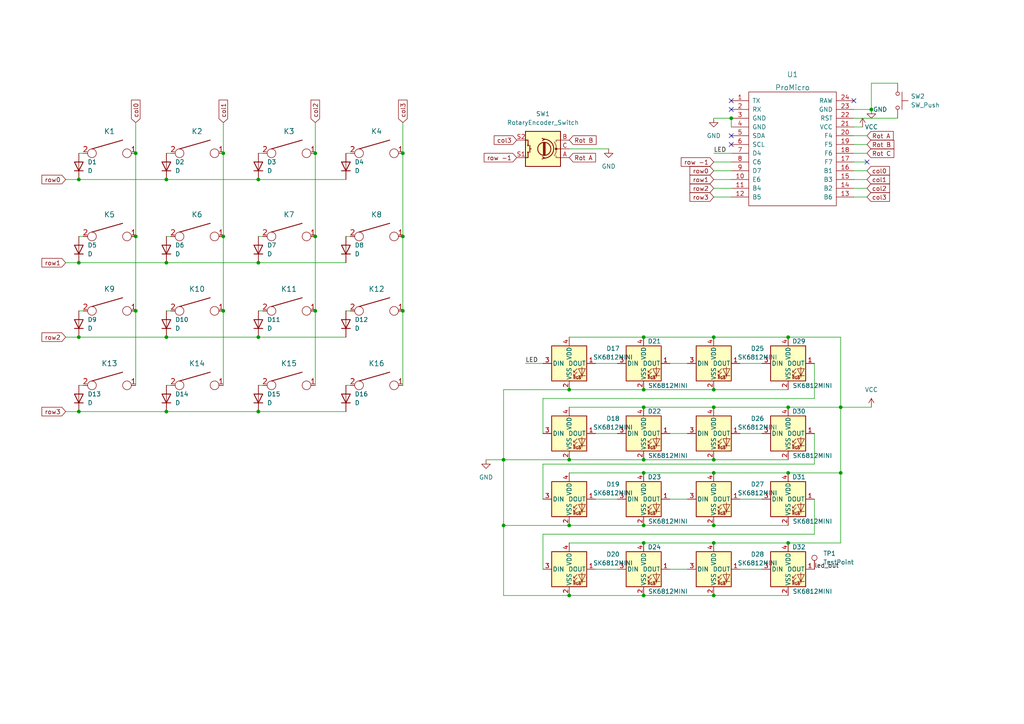
<source format=kicad_sch>
(kicad_sch (version 20230121) (generator eeschema)
  (paper "A4")
  (lib_symbols
    (symbol "Connector:TestPoint" (pin_numbers hide) (pin_names (offset 0.762) hide)
      (property "Reference" "TP" (at 0 6.858 0))
      (property "Value" "TestPoint" (at 0 5.08 0))
      (symbol "TestPoint_0_1"
        (circle (center 0 3.302) (radius 0.762))
      )
      (symbol "TestPoint_1_1"
        (pin passive line (at 0 0 90) (length 2.54) (name "1") (number "1"))
      )
    )
    (symbol "Device:D" (pin_numbers hide) (pin_names (offset 1.016) hide)
      (property "Reference" "D" (at 0 2.54 0))
      (property "Value" "D" (at 0 -2.54 0))
      (symbol "D_0_1"
        (polyline (pts (xy -1.27 1.27) (xy -1.27 -1.27)) (stroke (width 0.254)))
        (polyline (pts (xy 1.27 0) (xy -1.27 0)))
        (polyline (pts (xy 1.27 1.27) (xy 1.27 -1.27) (xy -1.27 0) (xy 1.27 1.27)) (stroke (width 0.254)))
      )
      (symbol "D_1_1"
        (pin passive line (at -3.81 0 0) (length 2.54) (name "K") (number "1"))
        (pin passive line (at 3.81 0 180) (length 2.54) (name "A") (number "2"))
      )
    )
    (symbol "Device:RotaryEncoder_Switch" (pin_names (offset 0.254) hide)
      (property "Reference" "SW" (at 0 6.604 0))
      (property "Value" "RotaryEncoder_Switch" (at 0 -6.604 0))
      (symbol "RotaryEncoder_Switch_0_1"
        (rectangle (start -5.08 5.08) (end 5.08 -5.08) (stroke (width 0.254)) (fill (type background)))
        (circle (center -3.81 0) (radius 0.254) (fill (type outline)))
        (circle (center -0.381 0) (radius 1.905) (stroke (width 0.254)))
        (arc (start -0.381 2.667) (mid -3.0988 -0.0635) (end -0.381 -2.794) (stroke (width 0.254)))
        (polyline (pts (xy -0.635 -1.778) (xy -0.635 1.778)) (stroke (width 0.254)))
        (polyline (pts (xy -0.381 -1.778) (xy -0.381 1.778)) (stroke (width 0.254)))
        (polyline (pts (xy -0.127 1.778) (xy -0.127 -1.778)) (stroke (width 0.254)))
        (polyline (pts (xy 3.81 0) (xy 3.429 0)) (stroke (width 0.254)))
        (polyline (pts (xy 3.81 1.016) (xy 3.81 -1.016)) (stroke (width 0.254)))
        (polyline (pts (xy -5.08 -2.54) (xy -3.81 -2.54) (xy -3.81 -2.032)))
        (polyline (pts (xy -5.08 2.54) (xy -3.81 2.54) (xy -3.81 2.032)))
        (polyline (pts (xy 0.254 -3.048) (xy -0.508 -2.794) (xy 0.127 -2.413)) (stroke (width 0.254)))
        (polyline (pts (xy 0.254 2.921) (xy -0.508 2.667) (xy 0.127 2.286)) (stroke (width 0.254)))
        (polyline (pts (xy 5.08 -2.54) (xy 4.318 -2.54) (xy 4.318 -1.016)) (stroke (width 0.254)))
        (polyline (pts (xy 5.08 2.54) (xy 4.318 2.54) (xy 4.318 1.016)) (stroke (width 0.254)))
        (polyline (pts (xy -5.08 0) (xy -3.81 0) (xy -3.81 -1.016) (xy -3.302 -2.032)))
        (polyline (pts (xy -4.318 0) (xy -3.81 0) (xy -3.81 1.016) (xy -3.302 2.032)))
        (circle (center 4.318 -1.016) (radius 0.127) (stroke (width 0.254)))
        (circle (center 4.318 1.016) (radius 0.127) (stroke (width 0.254)))
      )
      (symbol "RotaryEncoder_Switch_1_1"
        (pin passive line (at -7.62 2.54 0) (length 2.54) (name "A") (number "A"))
        (pin passive line (at -7.62 -2.54 0) (length 2.54) (name "B") (number "B"))
        (pin passive line (at -7.62 0 0) (length 2.54) (name "C") (number "C"))
        (pin passive line (at 7.62 2.54 180) (length 2.54) (name "S1") (number "S1"))
        (pin passive line (at 7.62 -2.54 180) (length 2.54) (name "S2") (number "S2"))
      )
    )
    (symbol "LED:SK6812MINI" (pin_names (offset 0.254))
      (property "Reference" "D" (at 5.08 5.715 0))
      (property "Value" "SK6812MINI" (at 1.27 -5.715 0))
      (symbol "SK6812MINI_0_0"
        (text "RGB" (at 2.286 -4.191 0) (effects (font (size 0.762 0.762))))
      )
      (symbol "SK6812MINI_0_1"
        (polyline (pts (xy 1.27 -3.556) (xy 1.778 -3.556)))
        (polyline (pts (xy 1.27 -2.54) (xy 1.778 -2.54)))
        (polyline (pts (xy 4.699 -3.556) (xy 2.667 -3.556)))
        (polyline (pts (xy 2.286 -2.54) (xy 1.27 -3.556) (xy 1.27 -3.048)))
        (polyline (pts (xy 2.286 -1.524) (xy 1.27 -2.54) (xy 1.27 -2.032)))
        (polyline (pts (xy 3.683 -1.016) (xy 3.683 -3.556) (xy 3.683 -4.064)))
        (polyline (pts (xy 4.699 -1.524) (xy 2.667 -1.524) (xy 3.683 -3.556) (xy 4.699 -1.524)))
        (rectangle (start 5.08 5.08) (end -5.08 -5.08) (stroke (width 0.254)) (fill (type background)))
      )
      (symbol "SK6812MINI_1_1"
        (pin output line (at 7.62 0 180) (length 2.54) (name "DOUT") (number "1"))
        (pin power_in line (at 0 -7.62 90) (length 2.54) (name "VSS") (number "2"))
        (pin input line (at -7.62 0 0) (length 2.54) (name "DIN") (number "3"))
        (pin power_in line (at 0 7.62 270) (length 2.54) (name "VDD") (number "4"))
      )
    )
    (symbol "Switch:SW_Push" (pin_numbers hide) (pin_names (offset 1.016) hide)
      (property "Reference" "SW" (at 1.27 2.54 0))
      (property "Value" "SW_Push" (at 0 -1.524 0))
      (symbol "SW_Push_0_1"
        (circle (center -2.032 0) (radius 0.508))
        (polyline (pts (xy 0 1.27) (xy 0 3.048)))
        (polyline (pts (xy 2.54 1.27) (xy -2.54 1.27)))
        (circle (center 2.032 0) (radius 0.508))
        (pin passive line (at -5.08 0 0) (length 2.54) (name "1") (number "1"))
        (pin passive line (at 5.08 0 180) (length 2.54) (name "2") (number "2"))
      )
    )
    (symbol "keyboard_parts:KEYSW" (pin_names (offset 1.016))
      (property "Reference" "K?" (at -1.27 0 0))
      (symbol "KEYSW_0_1"
        (circle (center -5.08 0) (radius 1.27))
        (polyline (pts (xy -5.08 1.27) (xy 3.81 3.81)) (stroke (width 0.254)))
        (circle (center 5.08 0) (radius 1.27))
      )
      (symbol "KEYSW_1_1"
        (pin passive line (at 7.62 0 180) (length 1.27) (name "~") (number "1"))
        (pin passive line (at -7.62 0 0) (length 1.27) (name "~") (number "2"))
      )
    )
    (symbol "power:GND" (power) (pin_names (offset 0))
      (property "Value" "GND" (at 0 -3.81 0))
      (symbol "GND_0_1"
        (polyline (pts (xy 0 0) (xy 0 -1.27) (xy 1.27 -1.27) (xy 0 -2.54) (xy -1.27 -1.27) (xy 0 -1.27)))
      )
      (symbol "GND_1_1"
        (pin power_in line (at 0 0 270) (length 0) hide (name "GND") (number "1"))
      )
    )
    (symbol "power:VCC" (power) (pin_names (offset 0))
      (property "Value" "VCC" (at 0 3.81 0))
      (symbol "VCC_0_1"
        (polyline (pts (xy -0.762 1.27) (xy 0 2.54)))
        (polyline (pts (xy 0 0) (xy 0 2.54)))
        (polyline (pts (xy 0 2.54) (xy 0.762 1.27)))
      )
      (symbol "VCC_1_1"
        (pin power_in line (at 0 0 90) (length 0) hide (name "VCC") (number "1"))
      )
    )
    (symbol "promicro:ProMicro" (pin_names (offset 1.016))
      (property "Reference" "U" (at 0 24.13 0))
      (property "Value" "ProMicro" (at 0 -13.97 0))
      (symbol "ProMicro_0_1"
        (rectangle (start -12.7 21.59) (end 12.7 -11.43))
      )
      (symbol "ProMicro_1_1"
        (pin bidirectional line (at -17.78 19.05 0) (length 5.08) (name "TX") (number "1"))
        (pin bidirectional line (at -17.78 -3.81 0) (length 5.08) (name "E6") (number "10"))
        (pin bidirectional line (at -17.78 -6.35 0) (length 5.08) (name "B4") (number "11"))
        (pin bidirectional line (at -17.78 -8.89 0) (length 5.08) (name "B5") (number "12"))
        (pin bidirectional line (at 17.78 -8.89 180) (length 5.08) (name "B6") (number "13"))
        (pin bidirectional line (at 17.78 -6.35 180) (length 5.08) (name "B2") (number "14"))
        (pin bidirectional line (at 17.78 -3.81 180) (length 5.08) (name "B3") (number "15"))
        (pin bidirectional line (at 17.78 -1.27 180) (length 5.08) (name "B1") (number "16"))
        (pin bidirectional line (at 17.78 1.27 180) (length 5.08) (name "F7") (number "17"))
        (pin bidirectional line (at 17.78 3.81 180) (length 5.08) (name "F6") (number "18"))
        (pin bidirectional line (at 17.78 6.35 180) (length 5.08) (name "F5") (number "19"))
        (pin bidirectional line (at -17.78 16.51 0) (length 5.08) (name "RX") (number "2"))
        (pin bidirectional line (at 17.78 8.89 180) (length 5.08) (name "F4") (number "20"))
        (pin power_in line (at 17.78 11.43 180) (length 5.08) (name "VCC") (number "21"))
        (pin input line (at 17.78 13.97 180) (length 5.08) (name "RST") (number "22"))
        (pin power_in line (at 17.78 16.51 180) (length 5.08) (name "GND") (number "23"))
        (pin power_out line (at 17.78 19.05 180) (length 5.08) (name "RAW") (number "24"))
        (pin power_in line (at -17.78 13.97 0) (length 5.08) (name "GND") (number "3"))
        (pin power_in line (at -17.78 11.43 0) (length 5.08) (name "GND") (number "4"))
        (pin bidirectional line (at -17.78 8.89 0) (length 5.08) (name "SDA") (number "5"))
        (pin bidirectional line (at -17.78 6.35 0) (length 5.08) (name "SCL") (number "6"))
        (pin bidirectional line (at -17.78 3.81 0) (length 5.08) (name "D4") (number "7"))
        (pin bidirectional line (at -17.78 1.27 0) (length 5.08) (name "C6") (number "8"))
        (pin bidirectional line (at -17.78 -1.27 0) (length 5.08) (name "D7") (number "9"))
      )
    )
  )
  (junction (at 64.77 68.58))
  (junction (at 165.1 133.35))
  (junction (at 22.86 97.79))
  (junction (at 116.84 68.58))
  (junction (at 39.37 68.58))
  (junction (at 91.44 44.45))
  (junction (at 186.69 157.48))
  (junction (at 228.6 97.79))
  (junction (at 212.09 34.29))
  (junction (at 186.69 133.35))
  (junction (at 74.93 97.79))
  (junction (at 207.01 152.4))
  (junction (at 228.6 137.16))
  (junction (at 74.93 52.07))
  (junction (at 186.69 113.03))
  (junction (at 243.84 137.16))
  (junction (at 207.01 157.48))
  (junction (at 48.26 76.2))
  (junction (at 186.69 152.4))
  (junction (at 228.6 118.11))
  (junction (at 186.69 97.79))
  (junction (at 186.69 172.72))
  (junction (at 165.1 172.72))
  (junction (at 207.01 118.11))
  (junction (at 207.01 137.16))
  (junction (at 48.26 52.07))
  (junction (at 48.26 119.38))
  (junction (at 228.6 157.48))
  (junction (at 116.84 44.45))
  (junction (at 91.44 90.17))
  (junction (at 207.01 113.03))
  (junction (at 165.1 152.4))
  (junction (at 91.44 68.58))
  (junction (at 207.01 172.72))
  (junction (at 243.84 118.11))
  (junction (at 186.69 118.11))
  (junction (at 22.86 76.2))
  (junction (at 39.37 90.17))
  (junction (at 186.69 137.16))
  (junction (at 207.01 97.79))
  (junction (at 116.84 90.17))
  (junction (at 22.86 119.38))
  (junction (at 165.1 113.03))
  (junction (at 64.77 44.45))
  (junction (at 48.26 97.79))
  (junction (at 22.86 52.07))
  (junction (at 146.05 152.4))
  (junction (at 74.93 76.2))
  (junction (at 74.93 119.38))
  (junction (at 146.05 133.35))
  (junction (at 39.37 44.45))
  (junction (at 64.77 90.17))
  (junction (at 207.01 133.35))
  (junction (at 252.73 31.75))
  (no_connect (at 212.09 39.37))
  (no_connect (at 212.09 41.91))
  (no_connect (at 247.65 29.21))
  (no_connect (at 212.09 31.75))
  (no_connect (at 251.46 46.99))
  (no_connect (at 212.09 29.21))
  (wire (pts (xy 186.69 157.48) (xy 207.01 157.48)))
  (wire (pts (xy 74.93 76.2) (xy 100.33 76.2)))
  (wire (pts (xy 247.65 34.29) (xy 260.35 34.29)))
  (wire (pts (xy 165.1 172.72) (xy 186.69 172.72)))
  (wire (pts (xy 165.1 97.79) (xy 186.69 97.79)))
  (wire (pts (xy 186.69 172.72) (xy 207.01 172.72)))
  (wire (pts (xy 207.01 137.16) (xy 228.6 137.16)))
  (wire (pts (xy 186.69 152.4) (xy 207.01 152.4)))
  (wire (pts (xy 165.1 152.4) (xy 186.69 152.4)))
  (wire (pts (xy 22.86 76.2) (xy 48.26 76.2)))
  (wire (pts (xy 100.33 111.76) (xy 101.6 111.76)))
  (wire (pts (xy 64.77 44.45) (xy 64.77 68.58)))
  (wire (pts (xy 74.93 44.45) (xy 76.2 44.45)))
  (wire (pts (xy 194.31 144.78) (xy 199.39 144.78)))
  (wire (pts (xy 48.26 52.07) (xy 74.93 52.07)))
  (wire (pts (xy 64.77 90.17) (xy 64.77 111.76)))
  (wire (pts (xy 207.01 46.99) (xy 212.09 46.99)))
  (wire (pts (xy 39.37 44.45) (xy 39.37 68.58)))
  (wire (pts (xy 74.93 111.76) (xy 76.2 111.76)))
  (wire (pts (xy 39.37 35.56) (xy 39.37 44.45)))
  (wire (pts (xy 186.69 133.35) (xy 207.01 133.35)))
  (wire (pts (xy 22.86 119.38) (xy 48.26 119.38)))
  (wire (pts (xy 214.63 105.41) (xy 220.98 105.41)))
  (wire (pts (xy 165.1 137.16) (xy 186.69 137.16)))
  (wire (pts (xy 243.84 157.48) (xy 243.84 137.16)))
  (wire (pts (xy 146.05 152.4) (xy 165.1 152.4)))
  (wire (pts (xy 152.4 105.41) (xy 157.48 105.41)))
  (wire (pts (xy 64.77 35.56) (xy 64.77 44.45)))
  (wire (pts (xy 157.48 115.57) (xy 236.22 115.57)))
  (wire (pts (xy 260.35 24.13) (xy 252.73 24.13)))
  (wire (pts (xy 194.31 105.41) (xy 199.39 105.41)))
  (wire (pts (xy 74.93 68.58) (xy 76.2 68.58)))
  (wire (pts (xy 146.05 133.35) (xy 146.05 113.03)))
  (wire (pts (xy 207.01 113.03) (xy 228.6 113.03)))
  (wire (pts (xy 22.86 68.58) (xy 24.13 68.58)))
  (wire (pts (xy 207.01 44.45) (xy 212.09 44.45)))
  (wire (pts (xy 247.65 39.37) (xy 251.46 39.37)))
  (wire (pts (xy 207.01 57.15) (xy 212.09 57.15)))
  (wire (pts (xy 247.65 44.45) (xy 251.46 44.45)))
  (wire (pts (xy 186.69 113.03) (xy 207.01 113.03)))
  (wire (pts (xy 186.69 97.79) (xy 207.01 97.79)))
  (wire (pts (xy 247.65 54.61) (xy 251.46 54.61)))
  (wire (pts (xy 100.33 68.58) (xy 101.6 68.58)))
  (wire (pts (xy 74.93 90.17) (xy 76.2 90.17)))
  (wire (pts (xy 207.01 152.4) (xy 228.6 152.4)))
  (wire (pts (xy 48.26 68.58) (xy 49.53 68.58)))
  (wire (pts (xy 91.44 35.56) (xy 91.44 44.45)))
  (wire (pts (xy 247.65 41.91) (xy 251.46 41.91)))
  (wire (pts (xy 146.05 152.4) (xy 146.05 172.72)))
  (wire (pts (xy 22.86 44.45) (xy 24.13 44.45)))
  (wire (pts (xy 157.48 154.94) (xy 157.48 165.1)))
  (wire (pts (xy 91.44 68.58) (xy 91.44 90.17)))
  (wire (pts (xy 207.01 133.35) (xy 228.6 133.35)))
  (wire (pts (xy 165.1 43.18) (xy 176.53 43.18)))
  (wire (pts (xy 165.1 157.48) (xy 186.69 157.48)))
  (wire (pts (xy 91.44 44.45) (xy 91.44 68.58)))
  (wire (pts (xy 19.05 119.38) (xy 22.86 119.38)))
  (wire (pts (xy 22.86 52.07) (xy 48.26 52.07)))
  (wire (pts (xy 48.26 76.2) (xy 74.93 76.2)))
  (wire (pts (xy 116.84 68.58) (xy 116.84 90.17)))
  (wire (pts (xy 236.22 134.62) (xy 236.22 125.73)))
  (wire (pts (xy 48.26 90.17) (xy 49.53 90.17)))
  (wire (pts (xy 243.84 137.16) (xy 228.6 137.16)))
  (wire (pts (xy 194.31 125.73) (xy 199.39 125.73)))
  (wire (pts (xy 48.26 119.38) (xy 74.93 119.38)))
  (wire (pts (xy 236.22 154.94) (xy 157.48 154.94)))
  (wire (pts (xy 228.6 97.79) (xy 243.84 97.79)))
  (wire (pts (xy 214.63 144.78) (xy 220.98 144.78)))
  (wire (pts (xy 39.37 68.58) (xy 39.37 90.17)))
  (wire (pts (xy 172.72 144.78) (xy 179.07 144.78)))
  (wire (pts (xy 172.72 105.41) (xy 179.07 105.41)))
  (wire (pts (xy 116.84 90.17) (xy 116.84 111.76)))
  (wire (pts (xy 165.1 118.11) (xy 186.69 118.11)))
  (wire (pts (xy 214.63 165.1) (xy 220.98 165.1)))
  (wire (pts (xy 146.05 133.35) (xy 146.05 152.4)))
  (wire (pts (xy 100.33 44.45) (xy 101.6 44.45)))
  (wire (pts (xy 91.44 90.17) (xy 91.44 111.76)))
  (wire (pts (xy 243.84 118.11) (xy 252.73 118.11)))
  (wire (pts (xy 22.86 90.17) (xy 24.13 90.17)))
  (wire (pts (xy 207.01 157.48) (xy 228.6 157.48)))
  (wire (pts (xy 157.48 125.73) (xy 157.48 115.57)))
  (wire (pts (xy 39.37 90.17) (xy 39.37 111.76)))
  (wire (pts (xy 19.05 76.2) (xy 22.86 76.2)))
  (wire (pts (xy 212.09 34.29) (xy 212.09 36.83)))
  (wire (pts (xy 207.01 49.53) (xy 212.09 49.53)))
  (wire (pts (xy 243.84 97.79) (xy 243.84 118.11)))
  (wire (pts (xy 252.73 24.13) (xy 252.73 31.75)))
  (wire (pts (xy 165.1 133.35) (xy 186.69 133.35)))
  (wire (pts (xy 48.26 111.76) (xy 49.53 111.76)))
  (wire (pts (xy 48.26 44.45) (xy 49.53 44.45)))
  (wire (pts (xy 243.84 118.11) (xy 243.84 137.16)))
  (wire (pts (xy 194.31 165.1) (xy 199.39 165.1)))
  (wire (pts (xy 19.05 97.79) (xy 22.86 97.79)))
  (wire (pts (xy 74.93 119.38) (xy 100.33 119.38)))
  (wire (pts (xy 207.01 97.79) (xy 228.6 97.79)))
  (wire (pts (xy 22.86 97.79) (xy 48.26 97.79)))
  (wire (pts (xy 207.01 54.61) (xy 212.09 54.61)))
  (wire (pts (xy 236.22 144.78) (xy 236.22 154.94)))
  (wire (pts (xy 207.01 172.72) (xy 228.6 172.72)))
  (wire (pts (xy 247.65 31.75) (xy 252.73 31.75)))
  (wire (pts (xy 207.01 52.07) (xy 212.09 52.07)))
  (wire (pts (xy 64.77 68.58) (xy 64.77 90.17)))
  (wire (pts (xy 165.1 113.03) (xy 186.69 113.03)))
  (wire (pts (xy 247.65 36.83) (xy 250.19 36.83)))
  (wire (pts (xy 247.65 49.53) (xy 251.46 49.53)))
  (wire (pts (xy 19.05 52.07) (xy 22.86 52.07)))
  (wire (pts (xy 146.05 172.72) (xy 165.1 172.72)))
  (wire (pts (xy 140.97 133.35) (xy 146.05 133.35)))
  (wire (pts (xy 186.69 137.16) (xy 207.01 137.16)))
  (wire (pts (xy 172.72 125.73) (xy 179.07 125.73)))
  (wire (pts (xy 247.65 57.15) (xy 251.46 57.15)))
  (wire (pts (xy 157.48 144.78) (xy 157.48 134.62)))
  (wire (pts (xy 116.84 35.56) (xy 116.84 44.45)))
  (wire (pts (xy 228.6 118.11) (xy 243.84 118.11)))
  (wire (pts (xy 207.01 34.29) (xy 212.09 34.29)))
  (wire (pts (xy 186.69 118.11) (xy 207.01 118.11)))
  (wire (pts (xy 146.05 113.03) (xy 165.1 113.03)))
  (wire (pts (xy 74.93 97.79) (xy 100.33 97.79)))
  (wire (pts (xy 100.33 90.17) (xy 101.6 90.17)))
  (wire (pts (xy 236.22 115.57) (xy 236.22 105.41)))
  (wire (pts (xy 214.63 125.73) (xy 220.98 125.73)))
  (wire (pts (xy 146.05 133.35) (xy 165.1 133.35)))
  (wire (pts (xy 48.26 97.79) (xy 74.93 97.79)))
  (wire (pts (xy 116.84 44.45) (xy 116.84 68.58)))
  (wire (pts (xy 228.6 157.48) (xy 243.84 157.48)))
  (wire (pts (xy 172.72 165.1) (xy 179.07 165.1)))
  (wire (pts (xy 74.93 52.07) (xy 100.33 52.07)))
  (wire (pts (xy 157.48 134.62) (xy 236.22 134.62)))
  (wire (pts (xy 247.65 46.99) (xy 251.46 46.99)))
  (wire (pts (xy 247.65 52.07) (xy 251.46 52.07)))
  (wire (pts (xy 22.86 111.76) (xy 24.13 111.76)))
  (wire (pts (xy 207.01 118.11) (xy 228.6 118.11)))
  (label "led_out" (at 236.22 165.1 0))
  (label "LED" (at 207.01 44.45 0))
  (label "LED" (at 152.4 105.41 0))
  (global_label "col3" (shape input) (at 116.84 35.56 90) (property "Intersheetrefs" "${INTERSHEET_REFS}" (effects hide)) (property "Referenzen zwischen Schaltplänen" "${INTERSHEET_REFS}" (effects hide)))
  (global_label "row0" (shape input) (at 207.01 49.53 180) (property "Intersheetrefs" "${INTERSHEET_REFS}" (effects hide)) (property "Referenzen zwischen Schaltplänen" "${INTERSHEET_REFS}" (effects hide)))
  (global_label "row3" (shape input) (at 19.05 119.38 180) (property "Intersheetrefs" "${INTERSHEET_REFS}" (effects hide)) (property "Referenzen zwischen Schaltplänen" "${INTERSHEET_REFS}" (effects hide)))
  (global_label "col3" (shape input) (at 251.46 57.15 0) (property "Intersheetrefs" "${INTERSHEET_REFS}" (effects hide)) (property "Referenzen zwischen Schaltplänen" "${INTERSHEET_REFS}" (effects hide)))
  (global_label "Rot B" (shape input) (at 165.1 40.64 0) (property "Intersheetrefs" "${INTERSHEET_REFS}" (effects hide)))
  (global_label "row -1" (shape input) (at 149.86 45.72 180) (property "Intersheetrefs" "${INTERSHEET_REFS}" (effects hide)))
  (global_label "col1" (shape input) (at 251.46 52.07 0) (property "Intersheetrefs" "${INTERSHEET_REFS}" (effects hide)) (property "Referenzen zwischen Schaltplänen" "${INTERSHEET_REFS}" (effects hide)))
  (global_label "row0" (shape input) (at 19.05 52.07 180) (property "Intersheetrefs" "${INTERSHEET_REFS}" (effects hide)) (property "Referenzen zwischen Schaltplänen" "${INTERSHEET_REFS}" (effects hide)))
  (global_label "col1" (shape input) (at 64.77 35.56 90) (property "Intersheetrefs" "${INTERSHEET_REFS}" (effects hide)) (property "Referenzen zwischen Schaltplänen" "${INTERSHEET_REFS}" (effects hide)))
  (global_label "Rot B" (shape input) (at 251.46 41.91 0) (property "Intersheetrefs" "${INTERSHEET_REFS}" (effects hide)))
  (global_label "Rot A" (shape input) (at 165.1 45.72 0) (property "Intersheetrefs" "${INTERSHEET_REFS}" (effects hide)))
  (global_label "col0" (shape input) (at 39.37 35.56 90) (property "Intersheetrefs" "${INTERSHEET_REFS}" (effects hide)) (property "Referenzen zwischen Schaltplänen" "${INTERSHEET_REFS}" (effects hide)))
  (global_label "row1" (shape input) (at 207.01 52.07 180) (property "Intersheetrefs" "${INTERSHEET_REFS}" (effects hide)) (property "Referenzen zwischen Schaltplänen" "${INTERSHEET_REFS}" (effects hide)))
  (global_label "row2" (shape input) (at 207.01 54.61 180) (property "Intersheetrefs" "${INTERSHEET_REFS}" (effects hide)) (property "Referenzen zwischen Schaltplänen" "${INTERSHEET_REFS}" (effects hide)))
  (global_label "row3" (shape input) (at 207.01 57.15 180) (property "Intersheetrefs" "${INTERSHEET_REFS}" (effects hide)) (property "Referenzen zwischen Schaltplänen" "${INTERSHEET_REFS}" (effects hide)))
  (global_label "row1" (shape input) (at 19.05 76.2 180) (property "Intersheetrefs" "${INTERSHEET_REFS}" (effects hide)) (property "Referenzen zwischen Schaltplänen" "${INTERSHEET_REFS}" (effects hide)))
  (global_label "col3" (shape input) (at 149.86 40.64 180) (property "Intersheetrefs" "${INTERSHEET_REFS}" (effects hide)))
  (global_label "Rot A" (shape input) (at 251.46 39.37 0) (property "Intersheetrefs" "${INTERSHEET_REFS}" (effects hide)))
  (global_label "col2" (shape input) (at 251.46 54.61 0) (property "Intersheetrefs" "${INTERSHEET_REFS}" (effects hide)) (property "Referenzen zwischen Schaltplänen" "${INTERSHEET_REFS}" (effects hide)))
  (global_label "col2" (shape input) (at 91.44 35.56 90) (property "Intersheetrefs" "${INTERSHEET_REFS}" (effects hide)) (property "Referenzen zwischen Schaltplänen" "${INTERSHEET_REFS}" (effects hide)))
  (global_label "Rot C" (shape input) (at 251.46 44.45 0) (property "Intersheetrefs" "${INTERSHEET_REFS}" (effects hide)))
  (global_label "col0" (shape input) (at 251.46 49.53 0) (property "Intersheetrefs" "${INTERSHEET_REFS}" (effects hide)) (property "Referenzen zwischen Schaltplänen" "${INTERSHEET_REFS}" (effects hide)))
  (global_label "row2" (shape input) (at 19.05 97.79 180) (property "Intersheetrefs" "${INTERSHEET_REFS}" (effects hide)) (property "Referenzen zwischen Schaltplänen" "${INTERSHEET_REFS}" (effects hide)))
  (global_label "row -1" (shape input) (at 207.01 46.99 180) (property "Intersheetrefs" "${INTERSHEET_REFS}" (effects hide)))
  (symbol (lib_id "keyboard_parts:KEYSW") (at 57.15 44.45 0) (unit 1)
    (property "Reference" "K2" (at 57.15 38.1 0) (effects (font (size 1.524 1.524))))
    (property "Value" "KEYSW" (effects hide))
    (property "Footprint" "keebs:Mx_Alps_100" (effects hide))
  )
  (symbol (lib_id "LED:SK6812MINI") (at 186.69 165.1 0) (unit 1)
    (property "Reference" "D24" (at 191.77 159.385 0) (effects (justify right bottom)))
    (property "Value" "SK6812MINI" (at 187.96 170.815 0) (effects (justify left top)))
    (property "Footprint" "keyboard_parts:LED_SK6812MINI_PLCC4_3.5x3.5mm_P1.75mm-flipped" (effects hide))
    (property "Datasheet" "https://cdn-shop.adafruit.com/product-files/2686/SK6812MINI_REV.01-1-2.pdf" (effects hide))
  )
  (symbol (lib_id "LED:SK6812MINI") (at 207.01 144.78 0) (unit 1)
    (property "Reference" "D27" (at 219.71 140.4493 0))
    (property "Value" "SK6812MINI" (at 219.71 142.9893 0))
    (property "Footprint" "keyboard_parts:LED_SK6812MINI_PLCC4_3.5x3.5mm_P1.75mm-flipped" (effects hide))
    (property "Datasheet" "https://cdn-shop.adafruit.com/product-files/2686/SK6812MINI_REV.01-1-2.pdf" (effects hide))
  )
  (symbol (lib_id "Device:D") (at 100.33 72.39 90) (unit 1)
    (property "Reference" "D8" (at 102.87 71.1199 90) (effects (justify right)))
    (property "Value" "D" (at 102.87 73.6599 90) (effects (justify right)))
    (property "Footprint" "keyboard_parts:D_SOD123_axial" (effects hide))
  )
  (symbol (lib_id "Device:D") (at 48.26 48.26 90) (unit 1)
    (property "Reference" "D2" (at 50.8 46.9899 90) (effects (justify right)))
    (property "Value" "D" (at 50.8 49.5299 90) (effects (justify right)))
    (property "Footprint" "keyboard_parts:D_SOD123_axial" (effects hide))
  )
  (symbol (lib_id "keyboard_parts:KEYSW") (at 109.22 111.76 0) (unit 1)
    (property "Reference" "K16" (at 109.22 105.41 0) (effects (font (size 1.524 1.524))))
    (property "Value" "KEYSW" (effects hide))
    (property "Footprint" "keebs:Mx_Alps_100" (effects hide))
  )
  (symbol (lib_id "keyboard_parts:KEYSW") (at 31.75 90.17 0) (unit 1)
    (property "Reference" "K9" (at 31.75 83.82 0) (effects (font (size 1.524 1.524))))
    (property "Value" "KEYSW" (effects hide))
    (property "Footprint" "keebs:Mx_Alps_100" (effects hide))
  )
  (symbol (lib_id "Device:D") (at 22.86 48.26 90) (unit 1)
    (property "Reference" "D1" (at 25.4 46.9899 90) (effects (justify right)))
    (property "Value" "D" (at 25.4 49.5299 90) (effects (justify right)))
    (property "Footprint" "keyboard_parts:D_SOD123_axial" (effects hide))
  )
  (symbol (lib_id "LED:SK6812MINI") (at 165.1 144.78 0) (unit 1)
    (property "Reference" "D19" (at 177.8 140.4493 0))
    (property "Value" "SK6812MINI" (at 177.8 142.9893 0))
    (property "Footprint" "keyboard_parts:LED_SK6812MINI_PLCC4_3.5x3.5mm_P1.75mm-flipped" (effects hide))
    (property "Datasheet" "https://cdn-shop.adafruit.com/product-files/2686/SK6812MINI_REV.01-1-2.pdf" (effects hide))
  )
  (symbol (lib_id "Device:D") (at 100.33 93.98 90) (unit 1)
    (property "Reference" "D12" (at 102.87 92.7099 90) (effects (justify right)))
    (property "Value" "D" (at 102.87 95.2499 90) (effects (justify right)))
    (property "Footprint" "keyboard_parts:D_SOD123_axial" (effects hide))
  )
  (symbol (lib_id "keyboard_parts:KEYSW") (at 83.82 44.45 0) (unit 1)
    (property "Reference" "K3" (at 83.82 38.1 0) (effects (font (size 1.524 1.524))))
    (property "Value" "KEYSW" (effects hide))
    (property "Footprint" "keebs:Mx_Alps_100" (effects hide))
  )
  (symbol (lib_id "Device:RotaryEncoder_Switch") (at 157.48 43.18 180) (unit 1)
    (property "Reference" "SW1" (at 157.48 33.02 0))
    (property "Value" "RotaryEncoder_Switch" (at 157.48 35.56 0))
    (property "Footprint" "Keebio-Parts:RotaryEncoder_Alps_EC11E-Switch_Vertical_H20mm" (effects hide))
  )
  (symbol (lib_id "keyboard_parts:KEYSW") (at 57.15 90.17 0) (unit 1)
    (property "Reference" "K10" (at 57.15 83.82 0) (effects (font (size 1.524 1.524))))
    (property "Value" "KEYSW" (effects hide))
    (property "Footprint" "keebs:Mx_Alps_100" (effects hide))
  )
  (symbol (lib_id "keyboard_parts:KEYSW") (at 31.75 44.45 0) (unit 1)
    (property "Reference" "K1" (at 31.75 38.1 0) (effects (font (size 1.524 1.524))))
    (property "Value" "KEYSW" (effects hide))
    (property "Footprint" "keebs:Mx_Alps_100" (effects hide))
  )
  (symbol (lib_id "power:GND") (at 252.73 31.75 0) (unit 1)
    (property "Reference" "#PWR0101" (effects hide))
    (property "Value" "GND" (at 255.27 31.75 0))
  )
  (symbol (lib_id "LED:SK6812MINI") (at 186.69 125.73 0) (unit 1)
    (property "Reference" "D22" (at 191.77 120.015 0) (effects (justify right bottom)))
    (property "Value" "SK6812MINI" (at 187.96 131.445 0) (effects (justify left top)))
    (property "Footprint" "keyboard_parts:LED_SK6812MINI_PLCC4_3.5x3.5mm_P1.75mm-flipped" (effects hide))
    (property "Datasheet" "https://cdn-shop.adafruit.com/product-files/2686/SK6812MINI_REV.01-1-2.pdf" (effects hide))
  )
  (symbol (lib_id "power:VCC") (at 250.19 36.83 0) (unit 1)
    (property "Reference" "#PWR0105" (effects hide))
    (property "Value" "VCC" (at 252.73 36.83 0))
  )
  (symbol (lib_id "keyboard_parts:KEYSW") (at 83.82 68.58 0) (unit 1)
    (property "Reference" "K7" (at 83.82 62.23 0) (effects (font (size 1.524 1.524))))
    (property "Value" "KEYSW" (effects hide))
    (property "Footprint" "keebs:Mx_Alps_100" (effects hide))
  )
  (symbol (lib_id "Switch:SW_Push") (at 260.35 29.21 270) (unit 1)
    (property "Reference" "SW2" (at 264.16 27.9399 90) (effects (justify left)))
    (property "Value" "SW_Push" (at 264.16 30.4799 90) (effects (justify left)))
    (property "Footprint" "Button_Switch_SMD:SW_Push_SPST_NO_Alps_SKRK" (effects hide))
  )
  (symbol (lib_id "LED:SK6812MINI") (at 228.6 105.41 0) (unit 1)
    (property "Reference" "D29" (at 233.68 99.695 0) (effects (justify right bottom)))
    (property "Value" "SK6812MINI" (at 229.87 111.125 0) (effects (justify left top)))
    (property "Footprint" "keyboard_parts:LED_SK6812MINI_PLCC4_3.5x3.5mm_P1.75mm-flipped" (effects hide))
    (property "Datasheet" "https://cdn-shop.adafruit.com/product-files/2686/SK6812MINI_REV.01-1-2.pdf" (effects hide))
  )
  (symbol (lib_id "power:GND") (at 176.53 43.18 0) (mirror y) (unit 1)
    (property "Reference" "#PWR0106" (effects hide))
    (property "Value" "GND" (at 176.53 48.26 0))
  )
  (symbol (lib_id "Device:D") (at 22.86 72.39 90) (unit 1)
    (property "Reference" "D5" (at 25.4 71.1199 90) (effects (justify right)))
    (property "Value" "D" (at 25.4 73.6599 90) (effects (justify right)))
    (property "Footprint" "keyboard_parts:D_SOD123_axial" (effects hide))
  )
  (symbol (lib_id "Device:D") (at 74.93 72.39 90) (unit 1)
    (property "Reference" "D7" (at 77.47 71.1199 90) (effects (justify right)))
    (property "Value" "D" (at 77.47 73.6599 90) (effects (justify right)))
    (property "Footprint" "keyboard_parts:D_SOD123_axial" (effects hide))
  )
  (symbol (lib_id "Device:D") (at 22.86 115.57 90) (unit 1)
    (property "Reference" "D13" (at 25.4 114.2999 90) (effects (justify right)))
    (property "Value" "D" (at 25.4 116.8399 90) (effects (justify right)))
    (property "Footprint" "keyboard_parts:D_SOD123_axial" (effects hide))
  )
  (symbol (lib_id "keyboard_parts:KEYSW") (at 109.22 68.58 0) (unit 1)
    (property "Reference" "K8" (at 109.22 62.23 0) (effects (font (size 1.524 1.524))))
    (property "Value" "KEYSW" (effects hide))
    (property "Footprint" "keebs:Mx_Alps_100" (effects hide))
  )
  (symbol (lib_id "Device:D") (at 74.93 115.57 90) (unit 1)
    (property "Reference" "D15" (at 77.47 114.2999 90) (effects (justify right)))
    (property "Value" "D" (at 77.47 116.8399 90) (effects (justify right)))
    (property "Footprint" "keyboard_parts:D_SOD123_axial" (effects hide))
  )
  (symbol (lib_id "Device:D") (at 100.33 48.26 90) (unit 1)
    (property "Reference" "D4" (at 102.87 46.9899 90) (effects (justify right)))
    (property "Value" "D" (at 102.87 49.5299 90) (effects (justify right)))
    (property "Footprint" "keyboard_parts:D_SOD123_axial" (effects hide))
  )
  (symbol (lib_id "keyboard_parts:KEYSW") (at 83.82 111.76 0) (unit 1)
    (property "Reference" "K15" (at 83.82 105.41 0) (effects (font (size 1.524 1.524))))
    (property "Value" "KEYSW" (effects hide))
    (property "Footprint" "keebs:Mx_Alps_100" (effects hide))
  )
  (symbol (lib_id "power:GND") (at 140.97 133.35 0) (unit 1)
    (property "Reference" "#PWR0104" (effects hide))
    (property "Value" "GND" (at 140.97 138.43 0))
  )
  (symbol (lib_id "LED:SK6812MINI") (at 207.01 105.41 0) (unit 1)
    (property "Reference" "D25" (at 219.71 101.0793 0))
    (property "Value" "SK6812MINI" (at 219.71 103.6193 0))
    (property "Footprint" "keyboard_parts:LED_SK6812MINI_PLCC4_3.5x3.5mm_P1.75mm-flipped" (effects hide))
    (property "Datasheet" "https://cdn-shop.adafruit.com/product-files/2686/SK6812MINI_REV.01-1-2.pdf" (effects hide))
  )
  (symbol (lib_id "LED:SK6812MINI") (at 165.1 105.41 0) (unit 1)
    (property "Reference" "D17" (at 177.8 101.0793 0))
    (property "Value" "SK6812MINI" (at 177.8 103.6193 0))
    (property "Footprint" "keyboard_parts:LED_SK6812MINI_PLCC4_3.5x3.5mm_P1.75mm-flipped" (effects hide))
    (property "Datasheet" "https://cdn-shop.adafruit.com/product-files/2686/SK6812MINI_REV.01-1-2.pdf" (effects hide))
  )
  (symbol (lib_id "Device:D") (at 74.93 48.26 90) (unit 1)
    (property "Reference" "D3" (at 77.47 46.9899 90) (effects (justify right)))
    (property "Value" "D" (at 77.47 49.5299 90) (effects (justify right)))
    (property "Footprint" "keyboard_parts:D_SOD123_axial" (effects hide))
  )
  (symbol (lib_id "Device:D") (at 48.26 93.98 90) (unit 1)
    (property "Reference" "D10" (at 50.8 92.7099 90) (effects (justify right)))
    (property "Value" "D" (at 50.8 95.2499 90) (effects (justify right)))
    (property "Footprint" "keyboard_parts:D_SOD123_axial" (effects hide))
  )
  (symbol (lib_id "keyboard_parts:KEYSW") (at 109.22 44.45 0) (unit 1)
    (property "Reference" "K4" (at 109.22 38.1 0) (effects (font (size 1.524 1.524))))
    (property "Value" "KEYSW" (effects hide))
    (property "Footprint" "keebs:Mx_Alps_100" (effects hide))
  )
  (symbol (lib_id "Device:D") (at 74.93 93.98 90) (unit 1)
    (property "Reference" "D11" (at 77.47 92.7099 90) (effects (justify right)))
    (property "Value" "D" (at 77.47 95.2499 90) (effects (justify right)))
    (property "Footprint" "keyboard_parts:D_SOD123_axial" (effects hide))
  )
  (symbol (lib_id "keyboard_parts:KEYSW") (at 83.82 90.17 0) (unit 1)
    (property "Reference" "K11" (at 83.82 83.82 0) (effects (font (size 1.524 1.524))))
    (property "Value" "KEYSW" (effects hide))
    (property "Footprint" "keebs:Mx_Alps_100" (effects hide))
  )
  (symbol (lib_id "power:GND") (at 207.01 34.29 0) (unit 1)
    (property "Reference" "#PWR0102" (effects hide))
    (property "Value" "GND" (at 207.01 39.37 0))
  )
  (symbol (lib_id "LED:SK6812MINI") (at 186.69 144.78 0) (unit 1)
    (property "Reference" "D23" (at 191.77 139.065 0) (effects (justify right bottom)))
    (property "Value" "SK6812MINI" (at 187.96 150.495 0) (effects (justify left top)))
    (property "Footprint" "keyboard_parts:LED_SK6812MINI_PLCC4_3.5x3.5mm_P1.75mm-flipped" (effects hide))
    (property "Datasheet" "https://cdn-shop.adafruit.com/product-files/2686/SK6812MINI_REV.01-1-2.pdf" (effects hide))
  )
  (symbol (lib_id "LED:SK6812MINI") (at 165.1 125.73 0) (unit 1)
    (property "Reference" "D18" (at 177.8 121.3993 0))
    (property "Value" "SK6812MINI" (at 177.8 123.9393 0))
    (property "Footprint" "keyboard_parts:LED_SK6812MINI_PLCC4_3.5x3.5mm_P1.75mm-flipped" (effects hide))
    (property "Datasheet" "https://cdn-shop.adafruit.com/product-files/2686/SK6812MINI_REV.01-1-2.pdf" (effects hide))
  )
  (symbol (lib_id "Device:D") (at 48.26 115.57 90) (unit 1)
    (property "Reference" "D14" (at 50.8 114.2999 90) (effects (justify right)))
    (property "Value" "D" (at 50.8 116.8399 90) (effects (justify right)))
    (property "Footprint" "keyboard_parts:D_SOD123_axial" (effects hide))
  )
  (symbol (lib_id "Connector:TestPoint") (at 236.22 165.1 0) (unit 1)
    (property "Reference" "TP1" (at 238.76 160.5279 0) (effects (justify left)))
    (property "Value" "TestPoint" (at 238.76 163.0679 0) (effects (justify left)))
    (property "Footprint" "TestPoint:TestPoint_Pad_1.0x1.0mm" (effects hide))
  )
  (symbol (lib_id "Device:D") (at 48.26 72.39 90) (unit 1)
    (property "Reference" "D6" (at 50.8 71.1199 90) (effects (justify right)))
    (property "Value" "D" (at 50.8 73.6599 90) (effects (justify right)))
    (property "Footprint" "keyboard_parts:D_SOD123_axial" (effects hide))
  )
  (symbol (lib_id "LED:SK6812MINI") (at 165.1 165.1 0) (unit 1)
    (property "Reference" "D20" (at 177.8 160.7693 0))
    (property "Value" "SK6812MINI" (at 177.8 163.3093 0))
    (property "Footprint" "keyboard_parts:LED_SK6812MINI_PLCC4_3.5x3.5mm_P1.75mm-flipped" (effects hide))
    (property "Datasheet" "https://cdn-shop.adafruit.com/product-files/2686/SK6812MINI_REV.01-1-2.pdf" (effects hide))
  )
  (symbol (lib_id "keyboard_parts:KEYSW") (at 109.22 90.17 0) (unit 1)
    (property "Reference" "K12" (at 109.22 83.82 0) (effects (font (size 1.524 1.524))))
    (property "Value" "KEYSW" (effects hide))
    (property "Footprint" "keebs:Mx_Alps_100" (effects hide))
  )
  (symbol (lib_id "Device:D") (at 100.33 115.57 90) (unit 1)
    (property "Reference" "D16" (at 102.87 114.2999 90) (effects (justify right)))
    (property "Value" "D" (at 102.87 116.8399 90) (effects (justify right)))
    (property "Footprint" "keyboard_parts:D_SOD123_axial" (effects hide))
  )
  (symbol (lib_id "keyboard_parts:KEYSW") (at 31.75 68.58 0) (unit 1)
    (property "Reference" "K5" (at 31.75 62.23 0) (effects (font (size 1.524 1.524))))
    (property "Value" "KEYSW" (effects hide))
    (property "Footprint" "keebs:Mx_Alps_100" (effects hide))
  )
  (symbol (lib_id "Device:D") (at 22.86 93.98 90) (unit 1)
    (property "Reference" "D9" (at 25.4 92.7099 90) (effects (justify right)))
    (property "Value" "D" (at 25.4 95.2499 90) (effects (justify right)))
    (property "Footprint" "keyboard_parts:D_SOD123_axial" (effects hide))
  )
  (symbol (lib_id "keyboard_parts:KEYSW") (at 57.15 111.76 0) (unit 1)
    (property "Reference" "K14" (at 57.15 105.41 0) (effects (font (size 1.524 1.524))))
    (property "Value" "KEYSW" (effects hide))
    (property "Footprint" "keebs:Mx_Alps_100" (effects hide))
  )
  (symbol (lib_id "LED:SK6812MINI") (at 228.6 165.1 0) (unit 1)
    (property "Reference" "D32" (at 233.68 159.385 0) (effects (justify right bottom)))
    (property "Value" "SK6812MINI" (at 229.87 170.815 0) (effects (justify left top)))
    (property "Footprint" "keyboard_parts:LED_SK6812MINI_PLCC4_3.5x3.5mm_P1.75mm-flipped" (effects hide))
    (property "Datasheet" "https://cdn-shop.adafruit.com/product-files/2686/SK6812MINI_REV.01-1-2.pdf" (effects hide))
  )
  (symbol (lib_id "LED:SK6812MINI") (at 228.6 144.78 0) (unit 1)
    (property "Reference" "D31" (at 233.68 139.065 0) (effects (justify right bottom)))
    (property "Value" "SK6812MINI" (at 229.87 150.495 0) (effects (justify left top)))
    (property "Footprint" "keyboard_parts:LED_SK6812MINI_PLCC4_3.5x3.5mm_P1.75mm-flipped" (effects hide))
    (property "Datasheet" "https://cdn-shop.adafruit.com/product-files/2686/SK6812MINI_REV.01-1-2.pdf" (effects hide))
  )
  (symbol (lib_id "keyboard_parts:KEYSW") (at 31.75 111.76 0) (unit 1)
    (property "Reference" "K13" (at 31.75 105.41 0) (effects (font (size 1.524 1.524))))
    (property "Value" "KEYSW" (effects hide))
    (property "Footprint" "keebs:Mx_Alps_100" (effects hide))
  )
  (symbol (lib_id "LED:SK6812MINI") (at 186.69 105.41 0) (unit 1)
    (property "Reference" "D21" (at 191.77 99.695 0) (effects (justify right bottom)))
    (property "Value" "SK6812MINI" (at 187.96 111.125 0) (effects (justify left top)))
    (property "Footprint" "keyboard_parts:LED_SK6812MINI_PLCC4_3.5x3.5mm_P1.75mm-flipped" (effects hide))
    (property "Datasheet" "https://cdn-shop.adafruit.com/product-files/2686/SK6812MINI_REV.01-1-2.pdf" (effects hide))
  )
  (symbol (lib_id "keyboard_parts:KEYSW") (at 57.15 68.58 0) (unit 1)
    (property "Reference" "K6" (at 57.15 62.23 0) (effects (font (size 1.524 1.524))))
    (property "Value" "KEYSW" (effects hide))
    (property "Footprint" "keebs:Mx_Alps_100" (effects hide))
  )
  (symbol (lib_id "promicro:ProMicro") (at 229.87 48.26 0) (unit 1)
    (property "Reference" "U1" (at 229.87 21.59 0) (effects (font (size 1.524 1.524))))
    (property "Value" "ProMicro" (at 229.87 25.4 0) (effects (font (size 1.524 1.524))))
    (property "Footprint" "promicro:ProMicro" (effects hide))
  )
  (symbol (lib_id "LED:SK6812MINI") (at 207.01 165.1 0) (unit 1)
    (property "Reference" "D28" (at 219.71 160.7693 0))
    (property "Value" "SK6812MINI" (at 219.71 163.3093 0))
    (property "Footprint" "keyboard_parts:LED_SK6812MINI_PLCC4_3.5x3.5mm_P1.75mm-flipped" (effects hide))
    (property "Datasheet" "https://cdn-shop.adafruit.com/product-files/2686/SK6812MINI_REV.01-1-2.pdf" (effects hide))
  )
  (symbol (lib_id "LED:SK6812MINI") (at 207.01 125.73 0) (unit 1)
    (property "Reference" "D26" (at 219.71 121.3993 0))
    (property "Value" "SK6812MINI" (at 219.71 123.9393 0))
    (property "Footprint" "keyboard_parts:LED_SK6812MINI_PLCC4_3.5x3.5mm_P1.75mm-flipped" (effects hide))
    (property "Datasheet" "https://cdn-shop.adafruit.com/product-files/2686/SK6812MINI_REV.01-1-2.pdf" (effects hide))
  )
  (symbol (lib_id "power:VCC") (at 252.73 118.11 0) (unit 1)
    (property "Reference" "#PWR0103" (effects hide))
    (property "Value" "VCC" (at 252.73 113.03 0))
  )
  (symbol (lib_id "LED:SK6812MINI") (at 228.6 125.73 0) (unit 1)
    (property "Reference" "D30" (at 233.68 120.015 0) (effects (justify right bottom)))
    (property "Value" "SK6812MINI" (at 229.87 131.445 0) (effects (justify left top)))
    (property "Footprint" "keyboard_parts:LED_SK6812MINI_PLCC4_3.5x3.5mm_P1.75mm-flipped" (effects hide))
    (property "Datasheet" "https://cdn-shop.adafruit.com/product-files/2686/SK6812MINI_REV.01-1-2.pdf" (effects hide))
  )
)
</source>
